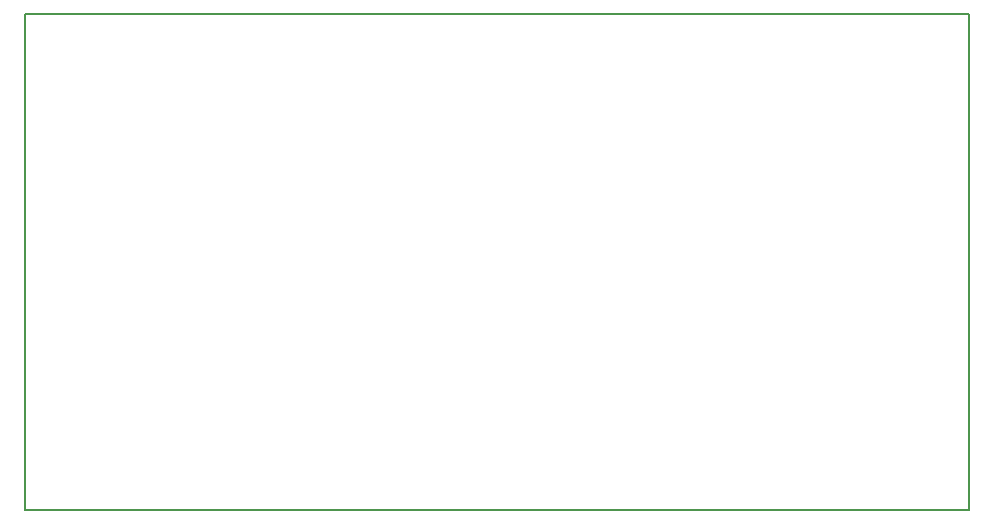
<source format=gbr>
G04 #@! TF.FileFunction,Profile,NP*
%FSLAX46Y46*%
G04 Gerber Fmt 4.6, Leading zero omitted, Abs format (unit mm)*
G04 Created by KiCad (PCBNEW 4.0.1-3.201512221402+6198~38~ubuntu15.04.1-stable) date Sun 03 Jan 2016 10:59:58 AM EST*
%MOMM*%
G01*
G04 APERTURE LIST*
%ADD10C,0.100000*%
%ADD11C,0.150000*%
G04 APERTURE END LIST*
D10*
D11*
X100000000Y-142000000D02*
X100000000Y-100000000D01*
X180000000Y-142000000D02*
X100000000Y-142000000D01*
X180000000Y-100000000D02*
X180000000Y-142000000D01*
X100000000Y-100000000D02*
X180000000Y-100000000D01*
M02*

</source>
